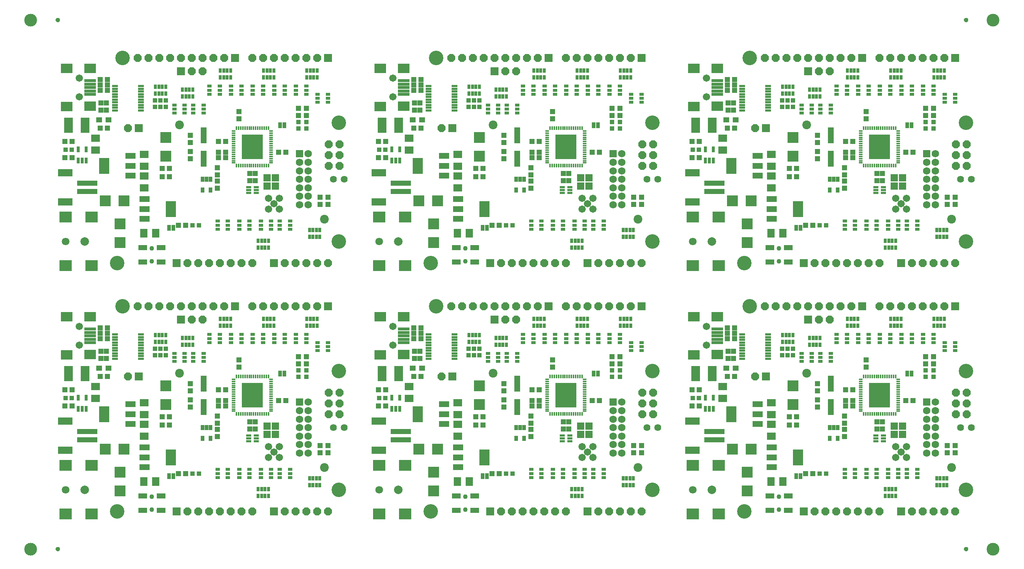
<source format=gts>
G75*
G70*
%OFA0B0*%
%FSLAX25Y25*%
%IPPOS*%
%LPD*%
%AMOC8*
5,1,8,0,0,1.08239X$1,22.5*
%
%ADD101C,0.02000*%
%ADD107R,0.05800X0.02050*%
%ADD110C,0.07890*%
%ADD113R,0.10640X0.02770*%
%ADD114R,0.19500X0.23040*%
%ADD116C,0.06800*%
%ADD120R,0.04740X0.02180*%
%ADD123R,0.05520X0.14580*%
%ADD125R,0.02770X0.04340*%
%ADD127C,0.04340*%
%ADD129R,0.10640X0.08670*%
%ADD133R,0.07100X0.07890*%
%ADD14R,0.02970X0.05520*%
%ADD140R,0.03560X0.01780*%
%ADD144R,0.06860X0.06860*%
%ADD146C,0.07100*%
%ADD148C,0.11820*%
%ADD155R,0.09460X0.14970*%
%ADD167R,0.07890X0.04740*%
%ADD174R,0.18910X0.04740*%
%ADD175R,0.11820X0.10250*%
%ADD176R,0.03950X0.02970*%
%ADD181R,0.03300X0.05800*%
%ADD185R,0.06800X0.06800*%
%ADD187C,0.06400*%
%ADD194R,0.05520X0.04740*%
%ADD201C,0.13400*%
%ADD209R,0.13685X0.07100*%
%ADD24R,0.03950X0.03950*%
%ADD30C,0.08120*%
%ADD33R,0.05130X0.04740*%
%ADD39OC8,0.07200*%
%ADD48R,0.09600X0.05600*%
%ADD53R,0.07200X0.07200*%
%ADD61R,0.14190X0.07100*%
%ADD63R,0.03520X0.04700*%
%ADD70R,0.01780X0.03560*%
%ADD71R,0.08280X0.14190*%
%ADD73R,0.10250X0.10250*%
%ADD75R,0.04740X0.05130*%
%ADD79R,0.07890X0.07100*%
%ADD97C,0.06740*%
X0010000Y0010000D02*
G75*
%LPD*%
D148*
X0035000Y0035000D03*
X0925000Y0035000D03*
D101*
X0899000Y0035000D02*
X0899020Y0035200D01*
X0899080Y0035380D01*
X0899170Y0035560D01*
X0899290Y0035710D01*
X0899440Y0035830D01*
X0899620Y0035920D01*
X0899800Y0035980D01*
X0900000Y0036000D01*
X0900200Y0035980D01*
X0900380Y0035920D01*
X0900560Y0035830D01*
X0900710Y0035710D01*
X0900830Y0035560D01*
X0900920Y0035380D01*
X0900980Y0035200D01*
X0901000Y0035000D01*
X0900980Y0034800D01*
X0900920Y0034620D01*
X0900830Y0034440D01*
X0900710Y0034290D01*
X0900560Y0034170D01*
X0900380Y0034080D01*
X0900200Y0034020D01*
X0900000Y0034000D01*
X0899800Y0034020D01*
X0899620Y0034080D01*
X0899440Y0034170D01*
X0899290Y0034290D01*
X0899170Y0034440D01*
X0899080Y0034620D01*
X0899020Y0034800D01*
X0899000Y0035000D01*
X0059000Y0035000D02*
X0059020Y0035200D01*
X0059080Y0035380D01*
X0059170Y0035560D01*
X0059290Y0035710D01*
X0059440Y0035830D01*
X0059620Y0035920D01*
X0059800Y0035980D01*
X0060000Y0036000D01*
X0060200Y0035980D01*
X0060380Y0035920D01*
X0060560Y0035830D01*
X0060710Y0035710D01*
X0060830Y0035560D01*
X0060920Y0035380D01*
X0060980Y0035200D01*
X0061000Y0035000D01*
X0060980Y0034800D01*
X0060920Y0034620D01*
X0060830Y0034440D01*
X0060710Y0034290D01*
X0060560Y0034170D01*
X0060380Y0034080D01*
X0060200Y0034020D01*
X0060000Y0034000D01*
X0059800Y0034020D01*
X0059620Y0034080D01*
X0059440Y0034170D01*
X0059290Y0034290D01*
X0059170Y0034440D01*
X0059080Y0034620D01*
X0059020Y0034800D01*
X0059000Y0035000D01*
X0010000Y0060000D02*
G75*
%LPD*%
X0060000Y0060000D02*
G75*
%LPD*%
D201*
X0115000Y0070000D03*
X0320000Y0090000D03*
X0320000Y0200000D03*
X0120000Y0260000D03*
D39*
X0134000Y0260000D03*
X0144000Y0260000D03*
X0154000Y0260000D03*
X0164000Y0260000D03*
X0174000Y0260000D03*
X0184000Y0260000D03*
X0194000Y0260000D03*
X0204000Y0260000D03*
X0214000Y0260000D03*
X0194000Y0247500D03*
X0184000Y0247500D03*
X0240000Y0260000D03*
X0250000Y0260000D03*
X0260000Y0260000D03*
X0270000Y0260000D03*
X0280000Y0260000D03*
X0290000Y0260000D03*
X0300000Y0260000D03*
X0310550Y0179800D03*
X0320550Y0179800D03*
X0320550Y0169800D03*
X0310550Y0169800D03*
X0310550Y0159800D03*
X0320550Y0159800D03*
X0310000Y0070000D03*
X0300000Y0070000D03*
X0290000Y0070000D03*
X0280000Y0070000D03*
X0270000Y0070000D03*
X0240000Y0070000D03*
X0230000Y0070000D03*
X0220000Y0070000D03*
X0210000Y0070000D03*
X0200000Y0070000D03*
X0190000Y0070000D03*
X0180000Y0070000D03*
X0125000Y0195000D03*
D33*
X0105850Y0195000D03*
X0099150Y0195000D03*
X0099150Y0240000D03*
X0105850Y0240000D03*
X0208650Y0182500D03*
X0215350Y0182500D03*
X0215350Y0172500D03*
X0215350Y0167500D03*
X0208650Y0167500D03*
X0208650Y0172500D03*
X0207500Y0145840D03*
X0207500Y0139150D03*
X0264150Y0172500D03*
X0270850Y0172500D03*
X0282500Y0206650D03*
X0282500Y0213340D03*
X0290000Y0213340D03*
X0290000Y0206650D03*
D75*
X0227500Y0203650D03*
X0227500Y0210340D03*
X0182500Y0188340D03*
X0182500Y0181650D03*
X0182500Y0173340D03*
X0182500Y0166650D03*
X0163350Y0157500D03*
X0156650Y0157500D03*
X0156650Y0150000D03*
X0163350Y0150000D03*
X0207500Y0151650D03*
X0207500Y0158340D03*
X0237500Y0152840D03*
X0242500Y0152840D03*
X0242500Y0146150D03*
X0237500Y0146150D03*
X0178350Y0105000D03*
X0171650Y0105000D03*
X0073350Y0167500D03*
X0066650Y0167500D03*
X0066650Y0182500D03*
X0073350Y0182500D03*
X0100000Y0211650D03*
X0105000Y0211650D03*
X0105000Y0218340D03*
X0100000Y0218340D03*
X0099150Y0230000D03*
X0099150Y0235000D03*
X0105850Y0235000D03*
X0105850Y0230000D03*
X0302500Y0130840D03*
X0302500Y0124150D03*
X0310000Y0124150D03*
X0310000Y0130840D03*
D53*
X0260000Y0070000D03*
X0170000Y0070000D03*
X0135000Y0195000D03*
X0174000Y0247500D03*
X0224000Y0260000D03*
X0310000Y0260000D03*
D79*
X0140000Y0170510D03*
X0140000Y0159480D03*
X0140000Y0150510D03*
X0140000Y0139480D03*
X0095000Y0174480D03*
X0095000Y0185510D03*
D24*
X0072950Y0175000D03*
X0067050Y0175000D03*
X0150000Y0214540D03*
X0155000Y0214540D03*
X0160000Y0214540D03*
X0160000Y0220450D03*
X0155000Y0220450D03*
X0150000Y0220450D03*
X0282500Y0200450D03*
X0282500Y0194540D03*
X0290000Y0194540D03*
X0290000Y0200450D03*
X0190450Y0105000D03*
X0184550Y0105000D03*
D73*
X0121160Y0127500D03*
X0103840Y0127500D03*
X0117500Y0106160D03*
X0117500Y0088830D03*
X0160000Y0168830D03*
X0160000Y0186160D03*
D48*
X0127200Y0169090D03*
X0127200Y0160000D03*
X0127200Y0150900D03*
X0140300Y0129090D03*
X0140300Y0120000D03*
X0140300Y0110900D03*
D155*
X0164700Y0120000D03*
X0102800Y0160000D03*
D133*
X0139490Y0097500D03*
X0150510Y0097500D03*
D70*
X0225240Y0160170D03*
X0227200Y0160170D03*
X0229170Y0160170D03*
X0231140Y0160170D03*
X0233110Y0160170D03*
X0235080Y0160170D03*
X0237050Y0160170D03*
X0239020Y0160170D03*
X0240980Y0160170D03*
X0242950Y0160170D03*
X0244920Y0160170D03*
X0246890Y0160170D03*
X0248860Y0160170D03*
X0250830Y0160170D03*
X0252800Y0160170D03*
X0254760Y0160170D03*
X0254760Y0194820D03*
X0252800Y0194820D03*
X0250830Y0194820D03*
X0248860Y0194820D03*
X0246890Y0194820D03*
X0244920Y0194820D03*
X0242950Y0194820D03*
X0240980Y0194820D03*
X0239020Y0194820D03*
X0237050Y0194820D03*
X0235080Y0194820D03*
X0233110Y0194820D03*
X0231140Y0194820D03*
X0229170Y0194820D03*
X0227200Y0194820D03*
X0225240Y0194820D03*
D140*
X0222680Y0192260D03*
X0222680Y0190290D03*
X0222680Y0188320D03*
X0222680Y0186350D03*
X0222680Y0184390D03*
X0222680Y0182420D03*
X0222680Y0180450D03*
X0222680Y0178480D03*
X0222680Y0176510D03*
X0222680Y0174540D03*
X0222680Y0172570D03*
X0222680Y0170610D03*
X0222680Y0168640D03*
X0222680Y0166670D03*
X0222680Y0164700D03*
X0222680Y0162730D03*
X0257320Y0162730D03*
X0257320Y0164700D03*
X0257320Y0166670D03*
X0257320Y0168640D03*
X0257320Y0170610D03*
X0257320Y0172570D03*
X0257320Y0174540D03*
X0257320Y0176510D03*
X0257320Y0178480D03*
X0257320Y0180450D03*
X0257320Y0182420D03*
X0257320Y0184390D03*
X0257320Y0186350D03*
X0257320Y0188320D03*
X0257320Y0190290D03*
X0257320Y0192260D03*
D114*
X0240000Y0177500D03*
D120*
X0236460Y0140050D03*
X0236460Y0137500D03*
X0236460Y0134940D03*
X0243540Y0134940D03*
X0243540Y0137500D03*
X0243540Y0140050D03*
D97*
X0255000Y0130000D03*
X0260000Y0125000D03*
X0255000Y0120000D03*
X0265000Y0120000D03*
X0265000Y0130000D03*
X0080000Y0223830D03*
X0080000Y0241160D03*
D129*
X0089840Y0250210D03*
X0068190Y0250210D03*
X0068190Y0214780D03*
X0089840Y0215170D03*
D113*
X0089840Y0226200D03*
X0089840Y0229350D03*
X0089840Y0232500D03*
X0089840Y0235650D03*
X0089840Y0238800D03*
D176*
X0167780Y0216240D03*
X0167780Y0212500D03*
X0167780Y0208760D03*
X0177220Y0208760D03*
X0177220Y0212500D03*
X0177220Y0216240D03*
X0185280Y0216240D03*
X0185280Y0212500D03*
X0185280Y0208760D03*
X0194720Y0208760D03*
X0194720Y0212500D03*
X0194720Y0216240D03*
X0200280Y0226260D03*
X0200280Y0230000D03*
X0200280Y0233740D03*
X0209720Y0233740D03*
X0209720Y0230000D03*
X0209720Y0226260D03*
X0220280Y0226260D03*
X0220280Y0230000D03*
X0220280Y0233740D03*
X0229720Y0233740D03*
X0229720Y0230000D03*
X0229720Y0226260D03*
X0240280Y0226260D03*
X0240280Y0230000D03*
X0240280Y0233740D03*
X0249720Y0233740D03*
X0249720Y0230000D03*
X0249720Y0226260D03*
X0260280Y0226260D03*
X0260280Y0230000D03*
X0260280Y0233740D03*
X0269720Y0233740D03*
X0269720Y0230000D03*
X0269720Y0226260D03*
X0280280Y0226260D03*
X0280280Y0230000D03*
X0280280Y0233740D03*
X0289720Y0233740D03*
X0289720Y0230000D03*
X0289720Y0226260D03*
X0300280Y0226240D03*
X0300280Y0222500D03*
X0300280Y0218760D03*
X0309720Y0218760D03*
X0309720Y0222500D03*
X0309720Y0226240D03*
X0274720Y0108740D03*
X0274720Y0105000D03*
X0274720Y0101260D03*
X0265280Y0101260D03*
X0265280Y0105000D03*
X0265280Y0108740D03*
X0257220Y0108740D03*
X0257220Y0105000D03*
X0257220Y0101260D03*
X0247780Y0101260D03*
X0247780Y0105000D03*
X0247780Y0108740D03*
X0237220Y0108740D03*
X0237220Y0105000D03*
X0237220Y0101260D03*
X0227780Y0101260D03*
X0227780Y0105000D03*
X0227780Y0108740D03*
X0217220Y0108740D03*
X0217220Y0105000D03*
X0217220Y0101260D03*
X0207780Y0101260D03*
X0207780Y0105000D03*
X0207780Y0108740D03*
D63*
X0201240Y0137380D03*
X0193760Y0137380D03*
X0193760Y0147570D03*
X0197500Y0147570D03*
X0201240Y0147570D03*
D125*
X0245280Y0090650D03*
X0248430Y0090650D03*
X0251570Y0090650D03*
X0254720Y0090650D03*
X0254720Y0084350D03*
X0251570Y0084350D03*
X0248430Y0084350D03*
X0245280Y0084350D03*
X0292780Y0094350D03*
X0295930Y0094350D03*
X0299070Y0094350D03*
X0302220Y0094350D03*
X0302220Y0100650D03*
X0299070Y0100650D03*
X0295930Y0100650D03*
X0292780Y0100650D03*
X0184720Y0224350D03*
X0181570Y0224350D03*
X0178430Y0224350D03*
X0175280Y0224350D03*
X0175280Y0230650D03*
X0178430Y0230650D03*
X0181570Y0230650D03*
X0184720Y0230650D03*
X0210280Y0241850D03*
X0213430Y0241850D03*
X0216570Y0241850D03*
X0219720Y0241850D03*
X0219720Y0248150D03*
X0216570Y0248150D03*
X0213430Y0248150D03*
X0210280Y0248150D03*
X0250280Y0248150D03*
X0253430Y0248150D03*
X0256570Y0248150D03*
X0259720Y0248150D03*
X0259720Y0241850D03*
X0256570Y0241850D03*
X0253430Y0241850D03*
X0250280Y0241850D03*
X0290280Y0241850D03*
X0293430Y0241850D03*
X0296570Y0241850D03*
X0299720Y0241850D03*
X0299720Y0248150D03*
X0296570Y0248150D03*
X0293430Y0248150D03*
X0290280Y0248150D03*
X0159720Y0233150D03*
X0156570Y0233150D03*
X0153430Y0233150D03*
X0150280Y0233150D03*
X0150280Y0226850D03*
X0153430Y0226850D03*
X0156570Y0226850D03*
X0159720Y0226850D03*
D71*
X0085180Y0197500D03*
X0069820Y0197500D03*
D175*
X0067190Y0067550D03*
X0091200Y0067550D03*
X0091200Y0112440D03*
X0067190Y0112440D03*
D146*
X0067190Y0090000D03*
D110*
X0084900Y0090000D03*
D123*
X0195000Y0166670D03*
X0195000Y0188320D03*
D185*
X0283560Y0171120D03*
D116*
X0291440Y0171120D03*
X0291440Y0163240D03*
X0291440Y0155370D03*
X0283560Y0155370D03*
X0283560Y0163240D03*
X0283560Y0147500D03*
X0291440Y0147500D03*
X0291440Y0139620D03*
X0283560Y0139620D03*
X0283560Y0131750D03*
X0283560Y0123870D03*
X0291440Y0123870D03*
X0291440Y0131750D03*
D107*
X0137000Y0211250D03*
X0137000Y0213750D03*
X0137000Y0216250D03*
X0137000Y0218750D03*
X0137000Y0221250D03*
X0137000Y0223750D03*
X0137000Y0226250D03*
X0137000Y0228750D03*
X0137000Y0231250D03*
X0137000Y0233750D03*
X0113000Y0233750D03*
X0113000Y0231250D03*
X0113000Y0228750D03*
X0113000Y0226250D03*
X0113000Y0223750D03*
X0113000Y0221250D03*
X0113000Y0218750D03*
X0113000Y0216250D03*
X0113000Y0213750D03*
X0113000Y0211250D03*
D194*
X0106830Y0202500D03*
X0098170Y0202500D03*
D144*
X0253680Y0148810D03*
X0261320Y0148810D03*
X0261320Y0141180D03*
X0253680Y0141180D03*
D174*
X0087070Y0143930D03*
X0087070Y0136060D03*
D61*
D209*
X0066843Y0126610D03*
D61*
D209*
X0066843Y0153380D03*
D61*
D14*
X0078760Y0164880D03*
X0082500Y0164880D03*
X0086240Y0164880D03*
X0086240Y0175110D03*
X0078760Y0175110D03*
D127*
X0147000Y0083400D03*
X0147000Y0071590D03*
D167*
X0138540Y0070800D03*
X0138540Y0084190D03*
X0155460Y0084190D03*
X0155460Y0070800D03*
D30*
X0306500Y0110500D03*
X0172500Y0198000D03*
D187*
X0315000Y0147500D03*
X0325000Y0147500D03*
D181*
X0269500Y0197500D03*
X0265500Y0197500D03*
X0167000Y0102500D03*
X0163000Y0102500D03*
X0060000Y0270000D02*
G75*
%LPD*%
X0060000Y0290000D02*
G75*
%LPD*%
D201*
X0115000Y0300000D03*
X0320000Y0320000D03*
X0320000Y0430000D03*
X0120000Y0490000D03*
D39*
X0134000Y0490000D03*
X0144000Y0490000D03*
X0154000Y0490000D03*
X0164000Y0490000D03*
X0174000Y0490000D03*
X0184000Y0490000D03*
X0194000Y0490000D03*
X0204000Y0490000D03*
X0214000Y0490000D03*
X0194000Y0477500D03*
X0184000Y0477500D03*
X0240000Y0490000D03*
X0250000Y0490000D03*
X0260000Y0490000D03*
X0270000Y0490000D03*
X0280000Y0490000D03*
X0290000Y0490000D03*
X0300000Y0490000D03*
X0310550Y0409800D03*
X0320550Y0409800D03*
X0320550Y0399800D03*
X0310550Y0399800D03*
X0310550Y0389800D03*
X0320550Y0389800D03*
X0310000Y0300000D03*
X0300000Y0300000D03*
X0290000Y0300000D03*
X0280000Y0300000D03*
X0270000Y0300000D03*
X0240000Y0300000D03*
X0230000Y0300000D03*
X0220000Y0300000D03*
X0210000Y0300000D03*
X0200000Y0300000D03*
X0190000Y0300000D03*
X0180000Y0300000D03*
X0125000Y0425000D03*
D33*
X0105850Y0425000D03*
X0099150Y0425000D03*
X0099150Y0470000D03*
X0105850Y0470000D03*
X0208650Y0412500D03*
X0215350Y0412500D03*
X0215350Y0402500D03*
X0215350Y0397500D03*
X0208650Y0397500D03*
X0208650Y0402500D03*
X0207500Y0375840D03*
X0207500Y0369150D03*
X0264150Y0402500D03*
X0270850Y0402500D03*
X0282500Y0436650D03*
X0282500Y0443340D03*
X0290000Y0443340D03*
X0290000Y0436650D03*
D75*
X0227500Y0433650D03*
X0227500Y0440340D03*
X0182500Y0418340D03*
X0182500Y0411650D03*
X0182500Y0403340D03*
X0182500Y0396650D03*
X0163350Y0387500D03*
X0156650Y0387500D03*
X0156650Y0380000D03*
X0163350Y0380000D03*
X0207500Y0381650D03*
X0207500Y0388340D03*
X0237500Y0382840D03*
X0242500Y0382840D03*
X0242500Y0376150D03*
X0237500Y0376150D03*
X0178350Y0335000D03*
X0171650Y0335000D03*
X0073350Y0397500D03*
X0066650Y0397500D03*
X0066650Y0412500D03*
X0073350Y0412500D03*
X0100000Y0441650D03*
X0105000Y0441650D03*
X0105000Y0448340D03*
X0100000Y0448340D03*
X0099150Y0460000D03*
X0099150Y0465000D03*
X0105850Y0465000D03*
X0105850Y0460000D03*
X0302500Y0360840D03*
X0302500Y0354150D03*
X0310000Y0354150D03*
X0310000Y0360840D03*
D53*
X0260000Y0300000D03*
X0170000Y0300000D03*
X0135000Y0425000D03*
X0174000Y0477500D03*
X0224000Y0490000D03*
X0310000Y0490000D03*
D79*
X0140000Y0400510D03*
X0140000Y0389480D03*
X0140000Y0380510D03*
X0140000Y0369480D03*
X0095000Y0404480D03*
X0095000Y0415510D03*
D24*
X0072950Y0405000D03*
X0067050Y0405000D03*
X0150000Y0444540D03*
X0155000Y0444540D03*
X0160000Y0444540D03*
X0160000Y0450450D03*
X0155000Y0450450D03*
X0150000Y0450450D03*
X0282500Y0430450D03*
X0282500Y0424540D03*
X0290000Y0424540D03*
X0290000Y0430450D03*
X0190450Y0335000D03*
X0184550Y0335000D03*
D73*
X0121160Y0357500D03*
X0103840Y0357500D03*
X0117500Y0336160D03*
X0117500Y0318830D03*
X0160000Y0398830D03*
X0160000Y0416160D03*
D48*
X0127200Y0399090D03*
X0127200Y0390000D03*
X0127200Y0380900D03*
X0140300Y0359090D03*
X0140300Y0350000D03*
X0140300Y0340900D03*
D155*
X0164700Y0350000D03*
X0102800Y0390000D03*
D133*
X0139490Y0327500D03*
X0150510Y0327500D03*
D70*
X0225240Y0390170D03*
X0227200Y0390170D03*
X0229170Y0390170D03*
X0231140Y0390170D03*
X0233110Y0390170D03*
X0235080Y0390170D03*
X0237050Y0390170D03*
X0239020Y0390170D03*
X0240980Y0390170D03*
X0242950Y0390170D03*
X0244920Y0390170D03*
X0246890Y0390170D03*
X0248860Y0390170D03*
X0250830Y0390170D03*
X0252800Y0390170D03*
X0254760Y0390170D03*
X0254760Y0424820D03*
X0252800Y0424820D03*
X0250830Y0424820D03*
X0248860Y0424820D03*
X0246890Y0424820D03*
X0244920Y0424820D03*
X0242950Y0424820D03*
X0240980Y0424820D03*
X0239020Y0424820D03*
X0237050Y0424820D03*
X0235080Y0424820D03*
X0233110Y0424820D03*
X0231140Y0424820D03*
X0229170Y0424820D03*
X0227200Y0424820D03*
X0225240Y0424820D03*
D140*
X0222680Y0422260D03*
X0222680Y0420290D03*
X0222680Y0418320D03*
X0222680Y0416350D03*
X0222680Y0414390D03*
X0222680Y0412420D03*
X0222680Y0410450D03*
X0222680Y0408480D03*
X0222680Y0406510D03*
X0222680Y0404540D03*
X0222680Y0402570D03*
X0222680Y0400610D03*
X0222680Y0398640D03*
X0222680Y0396670D03*
X0222680Y0394700D03*
X0222680Y0392730D03*
X0257320Y0392730D03*
X0257320Y0394700D03*
X0257320Y0396670D03*
X0257320Y0398640D03*
X0257320Y0400610D03*
X0257320Y0402570D03*
X0257320Y0404540D03*
X0257320Y0406510D03*
X0257320Y0408480D03*
X0257320Y0410450D03*
X0257320Y0412420D03*
X0257320Y0414390D03*
X0257320Y0416350D03*
X0257320Y0418320D03*
X0257320Y0420290D03*
X0257320Y0422260D03*
D114*
X0240000Y0407500D03*
D120*
X0236460Y0370050D03*
X0236460Y0367500D03*
X0236460Y0364940D03*
X0243540Y0364940D03*
X0243540Y0367500D03*
X0243540Y0370050D03*
D97*
X0255000Y0360000D03*
X0260000Y0355000D03*
X0255000Y0350000D03*
X0265000Y0350000D03*
X0265000Y0360000D03*
X0080000Y0453830D03*
X0080000Y0471160D03*
D129*
X0089840Y0480210D03*
X0068190Y0480210D03*
X0068190Y0444780D03*
X0089840Y0445170D03*
D113*
X0089840Y0456200D03*
X0089840Y0459350D03*
X0089840Y0462500D03*
X0089840Y0465650D03*
X0089840Y0468800D03*
D176*
X0167780Y0446240D03*
X0167780Y0442500D03*
X0167780Y0438760D03*
X0177220Y0438760D03*
X0177220Y0442500D03*
X0177220Y0446240D03*
X0185280Y0446240D03*
X0185280Y0442500D03*
X0185280Y0438760D03*
X0194720Y0438760D03*
X0194720Y0442500D03*
X0194720Y0446240D03*
X0200280Y0456260D03*
X0200280Y0460000D03*
X0200280Y0463740D03*
X0209720Y0463740D03*
X0209720Y0460000D03*
X0209720Y0456260D03*
X0220280Y0456260D03*
X0220280Y0460000D03*
X0220280Y0463740D03*
X0229720Y0463740D03*
X0229720Y0460000D03*
X0229720Y0456260D03*
X0240280Y0456260D03*
X0240280Y0460000D03*
X0240280Y0463740D03*
X0249720Y0463740D03*
X0249720Y0460000D03*
X0249720Y0456260D03*
X0260280Y0456260D03*
X0260280Y0460000D03*
X0260280Y0463740D03*
X0269720Y0463740D03*
X0269720Y0460000D03*
X0269720Y0456260D03*
X0280280Y0456260D03*
X0280280Y0460000D03*
X0280280Y0463740D03*
X0289720Y0463740D03*
X0289720Y0460000D03*
X0289720Y0456260D03*
X0300280Y0456240D03*
X0300280Y0452500D03*
X0300280Y0448760D03*
X0309720Y0448760D03*
X0309720Y0452500D03*
X0309720Y0456240D03*
X0274720Y0338740D03*
X0274720Y0335000D03*
X0274720Y0331260D03*
X0265280Y0331260D03*
X0265280Y0335000D03*
X0265280Y0338740D03*
X0257220Y0338740D03*
X0257220Y0335000D03*
X0257220Y0331260D03*
X0247780Y0331260D03*
X0247780Y0335000D03*
X0247780Y0338740D03*
X0237220Y0338740D03*
X0237220Y0335000D03*
X0237220Y0331260D03*
X0227780Y0331260D03*
X0227780Y0335000D03*
X0227780Y0338740D03*
X0217220Y0338740D03*
X0217220Y0335000D03*
X0217220Y0331260D03*
X0207780Y0331260D03*
X0207780Y0335000D03*
X0207780Y0338740D03*
D63*
X0201240Y0367380D03*
X0193760Y0367380D03*
X0193760Y0377570D03*
X0197500Y0377570D03*
X0201240Y0377570D03*
D125*
X0245280Y0320650D03*
X0248430Y0320650D03*
X0251570Y0320650D03*
X0254720Y0320650D03*
X0254720Y0314350D03*
X0251570Y0314350D03*
X0248430Y0314350D03*
X0245280Y0314350D03*
X0292780Y0324350D03*
X0295930Y0324350D03*
X0299070Y0324350D03*
X0302220Y0324350D03*
X0302220Y0330650D03*
X0299070Y0330650D03*
X0295930Y0330650D03*
X0292780Y0330650D03*
X0184720Y0454350D03*
X0181570Y0454350D03*
X0178430Y0454350D03*
X0175280Y0454350D03*
X0175280Y0460650D03*
X0178430Y0460650D03*
X0181570Y0460650D03*
X0184720Y0460650D03*
X0210280Y0471850D03*
X0213430Y0471850D03*
X0216570Y0471850D03*
X0219720Y0471850D03*
X0219720Y0478150D03*
X0216570Y0478150D03*
X0213430Y0478150D03*
X0210280Y0478150D03*
X0250280Y0478150D03*
X0253430Y0478150D03*
X0256570Y0478150D03*
X0259720Y0478150D03*
X0259720Y0471850D03*
X0256570Y0471850D03*
X0253430Y0471850D03*
X0250280Y0471850D03*
X0290280Y0471850D03*
X0293430Y0471850D03*
X0296570Y0471850D03*
X0299720Y0471850D03*
X0299720Y0478150D03*
X0296570Y0478150D03*
X0293430Y0478150D03*
X0290280Y0478150D03*
X0159720Y0463150D03*
X0156570Y0463150D03*
X0153430Y0463150D03*
X0150280Y0463150D03*
X0150280Y0456850D03*
X0153430Y0456850D03*
X0156570Y0456850D03*
X0159720Y0456850D03*
D71*
X0085180Y0427500D03*
X0069820Y0427500D03*
D175*
X0067190Y0297550D03*
X0091200Y0297550D03*
X0091200Y0342440D03*
X0067190Y0342440D03*
D146*
X0067190Y0320000D03*
D110*
X0084900Y0320000D03*
D123*
X0195000Y0396670D03*
X0195000Y0418320D03*
D185*
X0283560Y0401120D03*
D116*
X0291440Y0401120D03*
X0291440Y0393240D03*
X0291440Y0385370D03*
X0283560Y0385370D03*
X0283560Y0393240D03*
X0283560Y0377500D03*
X0291440Y0377500D03*
X0291440Y0369620D03*
X0283560Y0369620D03*
X0283560Y0361750D03*
X0283560Y0353870D03*
X0291440Y0353870D03*
X0291440Y0361750D03*
D107*
X0137000Y0441250D03*
X0137000Y0443750D03*
X0137000Y0446250D03*
X0137000Y0448750D03*
X0137000Y0451250D03*
X0137000Y0453750D03*
X0137000Y0456250D03*
X0137000Y0458750D03*
X0137000Y0461250D03*
X0137000Y0463750D03*
X0113000Y0463750D03*
X0113000Y0461250D03*
X0113000Y0458750D03*
X0113000Y0456250D03*
X0113000Y0453750D03*
X0113000Y0451250D03*
X0113000Y0448750D03*
X0113000Y0446250D03*
X0113000Y0443750D03*
X0113000Y0441250D03*
D194*
X0106830Y0432500D03*
X0098170Y0432500D03*
D144*
X0253680Y0378810D03*
X0261320Y0378810D03*
X0261320Y0371180D03*
X0253680Y0371180D03*
D174*
X0087070Y0373930D03*
X0087070Y0366060D03*
D61*
D209*
X0066843Y0356610D03*
D61*
D209*
X0066843Y0383380D03*
D61*
D14*
X0078760Y0394880D03*
X0082500Y0394880D03*
X0086240Y0394880D03*
X0086240Y0405110D03*
X0078760Y0405110D03*
D127*
X0147000Y0313400D03*
X0147000Y0301590D03*
D167*
X0138540Y0300800D03*
X0138540Y0314190D03*
X0155460Y0314190D03*
X0155460Y0300800D03*
D30*
X0306500Y0340500D03*
X0172500Y0428000D03*
D187*
X0315000Y0377500D03*
X0325000Y0377500D03*
D181*
X0269500Y0427500D03*
X0265500Y0427500D03*
X0167000Y0332500D03*
X0163000Y0332500D03*
X0350000Y0060000D02*
G75*
%LPD*%
D201*
X0405000Y0070000D03*
X0610000Y0090000D03*
X0610000Y0200000D03*
X0410000Y0260000D03*
D39*
X0424000Y0260000D03*
X0434000Y0260000D03*
X0444000Y0260000D03*
X0454000Y0260000D03*
X0464000Y0260000D03*
X0474000Y0260000D03*
X0484000Y0260000D03*
X0494000Y0260000D03*
X0504000Y0260000D03*
X0484000Y0247500D03*
X0474000Y0247500D03*
X0530000Y0260000D03*
X0540000Y0260000D03*
X0550000Y0260000D03*
X0560000Y0260000D03*
X0570000Y0260000D03*
X0580000Y0260000D03*
X0590000Y0260000D03*
X0600550Y0179800D03*
X0610550Y0179800D03*
X0610550Y0169800D03*
X0600550Y0169800D03*
X0600550Y0159800D03*
X0610550Y0159800D03*
X0600000Y0070000D03*
X0590000Y0070000D03*
X0580000Y0070000D03*
X0570000Y0070000D03*
X0560000Y0070000D03*
X0530000Y0070000D03*
X0520000Y0070000D03*
X0510000Y0070000D03*
X0500000Y0070000D03*
X0490000Y0070000D03*
X0480000Y0070000D03*
X0470000Y0070000D03*
X0415000Y0195000D03*
D33*
X0395850Y0195000D03*
X0389150Y0195000D03*
X0389150Y0240000D03*
X0395850Y0240000D03*
X0498650Y0182500D03*
X0505350Y0182500D03*
X0505350Y0172500D03*
X0505350Y0167500D03*
X0498650Y0167500D03*
X0498650Y0172500D03*
X0497500Y0145840D03*
X0497500Y0139150D03*
X0554150Y0172500D03*
X0560850Y0172500D03*
X0572500Y0206650D03*
X0572500Y0213340D03*
X0580000Y0213340D03*
X0580000Y0206650D03*
D75*
X0517500Y0203650D03*
X0517500Y0210340D03*
X0472500Y0188340D03*
X0472500Y0181650D03*
X0472500Y0173340D03*
X0472500Y0166650D03*
X0453350Y0157500D03*
X0446650Y0157500D03*
X0446650Y0150000D03*
X0453350Y0150000D03*
X0497500Y0151650D03*
X0497500Y0158340D03*
X0527500Y0152840D03*
X0532500Y0152840D03*
X0532500Y0146150D03*
X0527500Y0146150D03*
X0468350Y0105000D03*
X0461650Y0105000D03*
X0363350Y0167500D03*
X0356650Y0167500D03*
X0356650Y0182500D03*
X0363350Y0182500D03*
X0390000Y0211650D03*
X0395000Y0211650D03*
X0395000Y0218340D03*
X0390000Y0218340D03*
X0389150Y0230000D03*
X0389150Y0235000D03*
X0395850Y0235000D03*
X0395850Y0230000D03*
X0592500Y0130840D03*
X0592500Y0124150D03*
X0600000Y0124150D03*
X0600000Y0130840D03*
D53*
X0550000Y0070000D03*
X0460000Y0070000D03*
X0425000Y0195000D03*
X0464000Y0247500D03*
X0514000Y0260000D03*
X0600000Y0260000D03*
D79*
X0430000Y0170510D03*
X0430000Y0159480D03*
X0430000Y0150510D03*
X0430000Y0139480D03*
X0385000Y0174480D03*
X0385000Y0185510D03*
D24*
X0362950Y0175000D03*
X0357050Y0175000D03*
X0440000Y0214540D03*
X0445000Y0214540D03*
X0450000Y0214540D03*
X0450000Y0220450D03*
X0445000Y0220450D03*
X0440000Y0220450D03*
X0572500Y0200450D03*
X0572500Y0194540D03*
X0580000Y0194540D03*
X0580000Y0200450D03*
X0480450Y0105000D03*
X0474550Y0105000D03*
D73*
X0411160Y0127500D03*
X0393840Y0127500D03*
X0407500Y0106160D03*
X0407500Y0088830D03*
X0450000Y0168830D03*
X0450000Y0186160D03*
D48*
X0417200Y0169090D03*
X0417200Y0160000D03*
X0417200Y0150900D03*
X0430300Y0129090D03*
X0430300Y0120000D03*
X0430300Y0110900D03*
D155*
X0454700Y0120000D03*
X0392800Y0160000D03*
D133*
X0429490Y0097500D03*
X0440510Y0097500D03*
D70*
X0515240Y0160170D03*
X0517200Y0160170D03*
X0519170Y0160170D03*
X0521140Y0160170D03*
X0523110Y0160170D03*
X0525080Y0160170D03*
X0527050Y0160170D03*
X0529020Y0160170D03*
X0530980Y0160170D03*
X0532950Y0160170D03*
X0534920Y0160170D03*
X0536890Y0160170D03*
X0538860Y0160170D03*
X0540830Y0160170D03*
X0542800Y0160170D03*
X0544760Y0160170D03*
X0544760Y0194820D03*
X0542800Y0194820D03*
X0540830Y0194820D03*
X0538860Y0194820D03*
X0536890Y0194820D03*
X0534920Y0194820D03*
X0532950Y0194820D03*
X0530980Y0194820D03*
X0529020Y0194820D03*
X0527050Y0194820D03*
X0525080Y0194820D03*
X0523110Y0194820D03*
X0521140Y0194820D03*
X0519170Y0194820D03*
X0517200Y0194820D03*
X0515240Y0194820D03*
D140*
X0512680Y0192260D03*
X0512680Y0190290D03*
X0512680Y0188320D03*
X0512680Y0186350D03*
X0512680Y0184390D03*
X0512680Y0182420D03*
X0512680Y0180450D03*
X0512680Y0178480D03*
X0512680Y0176510D03*
X0512680Y0174540D03*
X0512680Y0172570D03*
X0512680Y0170610D03*
X0512680Y0168640D03*
X0512680Y0166670D03*
X0512680Y0164700D03*
X0512680Y0162730D03*
X0547320Y0162730D03*
X0547320Y0164700D03*
X0547320Y0166670D03*
X0547320Y0168640D03*
X0547320Y0170610D03*
X0547320Y0172570D03*
X0547320Y0174540D03*
X0547320Y0176510D03*
X0547320Y0178480D03*
X0547320Y0180450D03*
X0547320Y0182420D03*
X0547320Y0184390D03*
X0547320Y0186350D03*
X0547320Y0188320D03*
X0547320Y0190290D03*
X0547320Y0192260D03*
D114*
X0530000Y0177500D03*
D120*
X0526460Y0140050D03*
X0526460Y0137500D03*
X0526460Y0134940D03*
X0533540Y0134940D03*
X0533540Y0137500D03*
X0533540Y0140050D03*
D97*
X0545000Y0130000D03*
X0550000Y0125000D03*
X0545000Y0120000D03*
X0555000Y0120000D03*
X0555000Y0130000D03*
X0370000Y0223830D03*
X0370000Y0241160D03*
D129*
X0379840Y0250210D03*
X0358190Y0250210D03*
X0358190Y0214780D03*
X0379840Y0215170D03*
D113*
X0379840Y0226200D03*
X0379840Y0229350D03*
X0379840Y0232500D03*
X0379840Y0235650D03*
X0379840Y0238800D03*
D176*
X0457780Y0216240D03*
X0457780Y0212500D03*
X0457780Y0208760D03*
X0467220Y0208760D03*
X0467220Y0212500D03*
X0467220Y0216240D03*
X0475280Y0216240D03*
X0475280Y0212500D03*
X0475280Y0208760D03*
X0484720Y0208760D03*
X0484720Y0212500D03*
X0484720Y0216240D03*
X0490280Y0226260D03*
X0490280Y0230000D03*
X0490280Y0233740D03*
X0499720Y0233740D03*
X0499720Y0230000D03*
X0499720Y0226260D03*
X0510280Y0226260D03*
X0510280Y0230000D03*
X0510280Y0233740D03*
X0519720Y0233740D03*
X0519720Y0230000D03*
X0519720Y0226260D03*
X0530280Y0226260D03*
X0530280Y0230000D03*
X0530280Y0233740D03*
X0539720Y0233740D03*
X0539720Y0230000D03*
X0539720Y0226260D03*
X0550280Y0226260D03*
X0550280Y0230000D03*
X0550280Y0233740D03*
X0559720Y0233740D03*
X0559720Y0230000D03*
X0559720Y0226260D03*
X0570280Y0226260D03*
X0570280Y0230000D03*
X0570280Y0233740D03*
X0579720Y0233740D03*
X0579720Y0230000D03*
X0579720Y0226260D03*
X0590280Y0226240D03*
X0590280Y0222500D03*
X0590280Y0218760D03*
X0599720Y0218760D03*
X0599720Y0222500D03*
X0599720Y0226240D03*
X0564720Y0108740D03*
X0564720Y0105000D03*
X0564720Y0101260D03*
X0555280Y0101260D03*
X0555280Y0105000D03*
X0555280Y0108740D03*
X0547220Y0108740D03*
X0547220Y0105000D03*
X0547220Y0101260D03*
X0537780Y0101260D03*
X0537780Y0105000D03*
X0537780Y0108740D03*
X0527220Y0108740D03*
X0527220Y0105000D03*
X0527220Y0101260D03*
X0517780Y0101260D03*
X0517780Y0105000D03*
X0517780Y0108740D03*
X0507220Y0108740D03*
X0507220Y0105000D03*
X0507220Y0101260D03*
X0497780Y0101260D03*
X0497780Y0105000D03*
X0497780Y0108740D03*
D63*
X0491240Y0137380D03*
X0483760Y0137380D03*
X0483760Y0147570D03*
X0487500Y0147570D03*
X0491240Y0147570D03*
D125*
X0535280Y0090650D03*
X0538430Y0090650D03*
X0541570Y0090650D03*
X0544720Y0090650D03*
X0544720Y0084350D03*
X0541570Y0084350D03*
X0538430Y0084350D03*
X0535280Y0084350D03*
X0582780Y0094350D03*
X0585930Y0094350D03*
X0589070Y0094350D03*
X0592220Y0094350D03*
X0592220Y0100650D03*
X0589070Y0100650D03*
X0585930Y0100650D03*
X0582780Y0100650D03*
X0474720Y0224350D03*
X0471570Y0224350D03*
X0468430Y0224350D03*
X0465280Y0224350D03*
X0465280Y0230650D03*
X0468430Y0230650D03*
X0471570Y0230650D03*
X0474720Y0230650D03*
X0500280Y0241850D03*
X0503430Y0241850D03*
X0506570Y0241850D03*
X0509720Y0241850D03*
X0509720Y0248150D03*
X0506570Y0248150D03*
X0503430Y0248150D03*
X0500280Y0248150D03*
X0540280Y0248150D03*
X0543430Y0248150D03*
X0546570Y0248150D03*
X0549720Y0248150D03*
X0549720Y0241850D03*
X0546570Y0241850D03*
X0543430Y0241850D03*
X0540280Y0241850D03*
X0580280Y0241850D03*
X0583430Y0241850D03*
X0586570Y0241850D03*
X0589720Y0241850D03*
X0589720Y0248150D03*
X0586570Y0248150D03*
X0583430Y0248150D03*
X0580280Y0248150D03*
X0449720Y0233150D03*
X0446570Y0233150D03*
X0443430Y0233150D03*
X0440280Y0233150D03*
X0440280Y0226850D03*
X0443430Y0226850D03*
X0446570Y0226850D03*
X0449720Y0226850D03*
D71*
X0375180Y0197500D03*
X0359820Y0197500D03*
D175*
X0357190Y0067550D03*
X0381200Y0067550D03*
X0381200Y0112440D03*
X0357190Y0112440D03*
D146*
X0357190Y0090000D03*
D110*
X0374900Y0090000D03*
D123*
X0485000Y0166670D03*
X0485000Y0188320D03*
D185*
X0573560Y0171120D03*
D116*
X0581440Y0171120D03*
X0581440Y0163240D03*
X0581440Y0155370D03*
X0573560Y0155370D03*
X0573560Y0163240D03*
X0573560Y0147500D03*
X0581440Y0147500D03*
X0581440Y0139620D03*
X0573560Y0139620D03*
X0573560Y0131750D03*
X0573560Y0123870D03*
X0581440Y0123870D03*
X0581440Y0131750D03*
D107*
X0427000Y0211250D03*
X0427000Y0213750D03*
X0427000Y0216250D03*
X0427000Y0218750D03*
X0427000Y0221250D03*
X0427000Y0223750D03*
X0427000Y0226250D03*
X0427000Y0228750D03*
X0427000Y0231250D03*
X0427000Y0233750D03*
X0403000Y0233750D03*
X0403000Y0231250D03*
X0403000Y0228750D03*
X0403000Y0226250D03*
X0403000Y0223750D03*
X0403000Y0221250D03*
X0403000Y0218750D03*
X0403000Y0216250D03*
X0403000Y0213750D03*
X0403000Y0211250D03*
D194*
X0396830Y0202500D03*
X0388170Y0202500D03*
D144*
X0543680Y0148810D03*
X0551320Y0148810D03*
X0551320Y0141180D03*
X0543680Y0141180D03*
D174*
X0377070Y0143930D03*
X0377070Y0136060D03*
D61*
D209*
X0356843Y0126610D03*
D61*
D209*
X0356843Y0153380D03*
D61*
D14*
X0368760Y0164880D03*
X0372500Y0164880D03*
X0376240Y0164880D03*
X0376240Y0175110D03*
X0368760Y0175110D03*
D127*
X0437000Y0083400D03*
X0437000Y0071590D03*
D167*
X0428540Y0070800D03*
X0428540Y0084190D03*
X0445460Y0084190D03*
X0445460Y0070800D03*
D30*
X0596500Y0110500D03*
X0462500Y0198000D03*
D187*
X0605000Y0147500D03*
X0615000Y0147500D03*
D181*
X0559500Y0197500D03*
X0555500Y0197500D03*
X0457000Y0102500D03*
X0453000Y0102500D03*
X0350000Y0270000D02*
G75*
%LPD*%
X0350000Y0290000D02*
G75*
%LPD*%
D201*
X0405000Y0300000D03*
X0610000Y0320000D03*
X0610000Y0430000D03*
X0410000Y0490000D03*
D39*
X0424000Y0490000D03*
X0434000Y0490000D03*
X0444000Y0490000D03*
X0454000Y0490000D03*
X0464000Y0490000D03*
X0474000Y0490000D03*
X0484000Y0490000D03*
X0494000Y0490000D03*
X0504000Y0490000D03*
X0484000Y0477500D03*
X0474000Y0477500D03*
X0530000Y0490000D03*
X0540000Y0490000D03*
X0550000Y0490000D03*
X0560000Y0490000D03*
X0570000Y0490000D03*
X0580000Y0490000D03*
X0590000Y0490000D03*
X0600550Y0409800D03*
X0610550Y0409800D03*
X0610550Y0399800D03*
X0600550Y0399800D03*
X0600550Y0389800D03*
X0610550Y0389800D03*
X0600000Y0300000D03*
X0590000Y0300000D03*
X0580000Y0300000D03*
X0570000Y0300000D03*
X0560000Y0300000D03*
X0530000Y0300000D03*
X0520000Y0300000D03*
X0510000Y0300000D03*
X0500000Y0300000D03*
X0490000Y0300000D03*
X0480000Y0300000D03*
X0470000Y0300000D03*
X0415000Y0425000D03*
D33*
X0395850Y0425000D03*
X0389150Y0425000D03*
X0389150Y0470000D03*
X0395850Y0470000D03*
X0498650Y0412500D03*
X0505350Y0412500D03*
X0505350Y0402500D03*
X0505350Y0397500D03*
X0498650Y0397500D03*
X0498650Y0402500D03*
X0497500Y0375840D03*
X0497500Y0369150D03*
X0554150Y0402500D03*
X0560850Y0402500D03*
X0572500Y0436650D03*
X0572500Y0443340D03*
X0580000Y0443340D03*
X0580000Y0436650D03*
D75*
X0517500Y0433650D03*
X0517500Y0440340D03*
X0472500Y0418340D03*
X0472500Y0411650D03*
X0472500Y0403340D03*
X0472500Y0396650D03*
X0453350Y0387500D03*
X0446650Y0387500D03*
X0446650Y0380000D03*
X0453350Y0380000D03*
X0497500Y0381650D03*
X0497500Y0388340D03*
X0527500Y0382840D03*
X0532500Y0382840D03*
X0532500Y0376150D03*
X0527500Y0376150D03*
X0468350Y0335000D03*
X0461650Y0335000D03*
X0363350Y0397500D03*
X0356650Y0397500D03*
X0356650Y0412500D03*
X0363350Y0412500D03*
X0390000Y0441650D03*
X0395000Y0441650D03*
X0395000Y0448340D03*
X0390000Y0448340D03*
X0389150Y0460000D03*
X0389150Y0465000D03*
X0395850Y0465000D03*
X0395850Y0460000D03*
X0592500Y0360840D03*
X0592500Y0354150D03*
X0600000Y0354150D03*
X0600000Y0360840D03*
D53*
X0550000Y0300000D03*
X0460000Y0300000D03*
X0425000Y0425000D03*
X0464000Y0477500D03*
X0514000Y0490000D03*
X0600000Y0490000D03*
D79*
X0430000Y0400510D03*
X0430000Y0389480D03*
X0430000Y0380510D03*
X0430000Y0369480D03*
X0385000Y0404480D03*
X0385000Y0415510D03*
D24*
X0362950Y0405000D03*
X0357050Y0405000D03*
X0440000Y0444540D03*
X0445000Y0444540D03*
X0450000Y0444540D03*
X0450000Y0450450D03*
X0445000Y0450450D03*
X0440000Y0450450D03*
X0572500Y0430450D03*
X0572500Y0424540D03*
X0580000Y0424540D03*
X0580000Y0430450D03*
X0480450Y0335000D03*
X0474550Y0335000D03*
D73*
X0411160Y0357500D03*
X0393840Y0357500D03*
X0407500Y0336160D03*
X0407500Y0318830D03*
X0450000Y0398830D03*
X0450000Y0416160D03*
D48*
X0417200Y0399090D03*
X0417200Y0390000D03*
X0417200Y0380900D03*
X0430300Y0359090D03*
X0430300Y0350000D03*
X0430300Y0340900D03*
D155*
X0454700Y0350000D03*
X0392800Y0390000D03*
D133*
X0429490Y0327500D03*
X0440510Y0327500D03*
D70*
X0515240Y0390170D03*
X0517200Y0390170D03*
X0519170Y0390170D03*
X0521140Y0390170D03*
X0523110Y0390170D03*
X0525080Y0390170D03*
X0527050Y0390170D03*
X0529020Y0390170D03*
X0530980Y0390170D03*
X0532950Y0390170D03*
X0534920Y0390170D03*
X0536890Y0390170D03*
X0538860Y0390170D03*
X0540830Y0390170D03*
X0542800Y0390170D03*
X0544760Y0390170D03*
X0544760Y0424820D03*
X0542800Y0424820D03*
X0540830Y0424820D03*
X0538860Y0424820D03*
X0536890Y0424820D03*
X0534920Y0424820D03*
X0532950Y0424820D03*
X0530980Y0424820D03*
X0529020Y0424820D03*
X0527050Y0424820D03*
X0525080Y0424820D03*
X0523110Y0424820D03*
X0521140Y0424820D03*
X0519170Y0424820D03*
X0517200Y0424820D03*
X0515240Y0424820D03*
D140*
X0512680Y0422260D03*
X0512680Y0420290D03*
X0512680Y0418320D03*
X0512680Y0416350D03*
X0512680Y0414390D03*
X0512680Y0412420D03*
X0512680Y0410450D03*
X0512680Y0408480D03*
X0512680Y0406510D03*
X0512680Y0404540D03*
X0512680Y0402570D03*
X0512680Y0400610D03*
X0512680Y0398640D03*
X0512680Y0396670D03*
X0512680Y0394700D03*
X0512680Y0392730D03*
X0547320Y0392730D03*
X0547320Y0394700D03*
X0547320Y0396670D03*
X0547320Y0398640D03*
X0547320Y0400610D03*
X0547320Y0402570D03*
X0547320Y0404540D03*
X0547320Y0406510D03*
X0547320Y0408480D03*
X0547320Y0410450D03*
X0547320Y0412420D03*
X0547320Y0414390D03*
X0547320Y0416350D03*
X0547320Y0418320D03*
X0547320Y0420290D03*
X0547320Y0422260D03*
D114*
X0530000Y0407500D03*
D120*
X0526460Y0370050D03*
X0526460Y0367500D03*
X0526460Y0364940D03*
X0533540Y0364940D03*
X0533540Y0367500D03*
X0533540Y0370050D03*
D97*
X0545000Y0360000D03*
X0550000Y0355000D03*
X0545000Y0350000D03*
X0555000Y0350000D03*
X0555000Y0360000D03*
X0370000Y0453830D03*
X0370000Y0471160D03*
D129*
X0379840Y0480210D03*
X0358190Y0480210D03*
X0358190Y0444780D03*
X0379840Y0445170D03*
D113*
X0379840Y0456200D03*
X0379840Y0459350D03*
X0379840Y0462500D03*
X0379840Y0465650D03*
X0379840Y0468800D03*
D176*
X0457780Y0446240D03*
X0457780Y0442500D03*
X0457780Y0438760D03*
X0467220Y0438760D03*
X0467220Y0442500D03*
X0467220Y0446240D03*
X0475280Y0446240D03*
X0475280Y0442500D03*
X0475280Y0438760D03*
X0484720Y0438760D03*
X0484720Y0442500D03*
X0484720Y0446240D03*
X0490280Y0456260D03*
X0490280Y0460000D03*
X0490280Y0463740D03*
X0499720Y0463740D03*
X0499720Y0460000D03*
X0499720Y0456260D03*
X0510280Y0456260D03*
X0510280Y0460000D03*
X0510280Y0463740D03*
X0519720Y0463740D03*
X0519720Y0460000D03*
X0519720Y0456260D03*
X0530280Y0456260D03*
X0530280Y0460000D03*
X0530280Y0463740D03*
X0539720Y0463740D03*
X0539720Y0460000D03*
X0539720Y0456260D03*
X0550280Y0456260D03*
X0550280Y0460000D03*
X0550280Y0463740D03*
X0559720Y0463740D03*
X0559720Y0460000D03*
X0559720Y0456260D03*
X0570280Y0456260D03*
X0570280Y0460000D03*
X0570280Y0463740D03*
X0579720Y0463740D03*
X0579720Y0460000D03*
X0579720Y0456260D03*
X0590280Y0456240D03*
X0590280Y0452500D03*
X0590280Y0448760D03*
X0599720Y0448760D03*
X0599720Y0452500D03*
X0599720Y0456240D03*
X0564720Y0338740D03*
X0564720Y0335000D03*
X0564720Y0331260D03*
X0555280Y0331260D03*
X0555280Y0335000D03*
X0555280Y0338740D03*
X0547220Y0338740D03*
X0547220Y0335000D03*
X0547220Y0331260D03*
X0537780Y0331260D03*
X0537780Y0335000D03*
X0537780Y0338740D03*
X0527220Y0338740D03*
X0527220Y0335000D03*
X0527220Y0331260D03*
X0517780Y0331260D03*
X0517780Y0335000D03*
X0517780Y0338740D03*
X0507220Y0338740D03*
X0507220Y0335000D03*
X0507220Y0331260D03*
X0497780Y0331260D03*
X0497780Y0335000D03*
X0497780Y0338740D03*
D63*
X0491240Y0367380D03*
X0483760Y0367380D03*
X0483760Y0377570D03*
X0487500Y0377570D03*
X0491240Y0377570D03*
D125*
X0535280Y0320650D03*
X0538430Y0320650D03*
X0541570Y0320650D03*
X0544720Y0320650D03*
X0544720Y0314350D03*
X0541570Y0314350D03*
X0538430Y0314350D03*
X0535280Y0314350D03*
X0582780Y0324350D03*
X0585930Y0324350D03*
X0589070Y0324350D03*
X0592220Y0324350D03*
X0592220Y0330650D03*
X0589070Y0330650D03*
X0585930Y0330650D03*
X0582780Y0330650D03*
X0474720Y0454350D03*
X0471570Y0454350D03*
X0468430Y0454350D03*
X0465280Y0454350D03*
X0465280Y0460650D03*
X0468430Y0460650D03*
X0471570Y0460650D03*
X0474720Y0460650D03*
X0500280Y0471850D03*
X0503430Y0471850D03*
X0506570Y0471850D03*
X0509720Y0471850D03*
X0509720Y0478150D03*
X0506570Y0478150D03*
X0503430Y0478150D03*
X0500280Y0478150D03*
X0540280Y0478150D03*
X0543430Y0478150D03*
X0546570Y0478150D03*
X0549720Y0478150D03*
X0549720Y0471850D03*
X0546570Y0471850D03*
X0543430Y0471850D03*
X0540280Y0471850D03*
X0580280Y0471850D03*
X0583430Y0471850D03*
X0586570Y0471850D03*
X0589720Y0471850D03*
X0589720Y0478150D03*
X0586570Y0478150D03*
X0583430Y0478150D03*
X0580280Y0478150D03*
X0449720Y0463150D03*
X0446570Y0463150D03*
X0443430Y0463150D03*
X0440280Y0463150D03*
X0440280Y0456850D03*
X0443430Y0456850D03*
X0446570Y0456850D03*
X0449720Y0456850D03*
D71*
X0375180Y0427500D03*
X0359820Y0427500D03*
D175*
X0357190Y0297550D03*
X0381200Y0297550D03*
X0381200Y0342440D03*
X0357190Y0342440D03*
D146*
X0357190Y0320000D03*
D110*
X0374900Y0320000D03*
D123*
X0485000Y0396670D03*
X0485000Y0418320D03*
D185*
X0573560Y0401120D03*
D116*
X0581440Y0401120D03*
X0581440Y0393240D03*
X0581440Y0385370D03*
X0573560Y0385370D03*
X0573560Y0393240D03*
X0573560Y0377500D03*
X0581440Y0377500D03*
X0581440Y0369620D03*
X0573560Y0369620D03*
X0573560Y0361750D03*
X0573560Y0353870D03*
X0581440Y0353870D03*
X0581440Y0361750D03*
D107*
X0427000Y0441250D03*
X0427000Y0443750D03*
X0427000Y0446250D03*
X0427000Y0448750D03*
X0427000Y0451250D03*
X0427000Y0453750D03*
X0427000Y0456250D03*
X0427000Y0458750D03*
X0427000Y0461250D03*
X0427000Y0463750D03*
X0403000Y0463750D03*
X0403000Y0461250D03*
X0403000Y0458750D03*
X0403000Y0456250D03*
X0403000Y0453750D03*
X0403000Y0451250D03*
X0403000Y0448750D03*
X0403000Y0446250D03*
X0403000Y0443750D03*
X0403000Y0441250D03*
D194*
X0396830Y0432500D03*
X0388170Y0432500D03*
D144*
X0543680Y0378810D03*
X0551320Y0378810D03*
X0551320Y0371180D03*
X0543680Y0371180D03*
D174*
X0377070Y0373930D03*
X0377070Y0366060D03*
D61*
D209*
X0356843Y0356610D03*
D61*
D209*
X0356843Y0383380D03*
D61*
D14*
X0368760Y0394880D03*
X0372500Y0394880D03*
X0376240Y0394880D03*
X0376240Y0405110D03*
X0368760Y0405110D03*
D127*
X0437000Y0313400D03*
X0437000Y0301590D03*
D167*
X0428540Y0300800D03*
X0428540Y0314190D03*
X0445460Y0314190D03*
X0445460Y0300800D03*
D30*
X0596500Y0340500D03*
X0462500Y0428000D03*
D187*
X0605000Y0377500D03*
X0615000Y0377500D03*
D181*
X0559500Y0427500D03*
X0555500Y0427500D03*
X0457000Y0332500D03*
X0453000Y0332500D03*
X0640000Y0060000D02*
G75*
%LPD*%
D201*
X0695000Y0070000D03*
X0900000Y0090000D03*
X0900000Y0200000D03*
X0700000Y0260000D03*
D39*
X0714000Y0260000D03*
X0724000Y0260000D03*
X0734000Y0260000D03*
X0744000Y0260000D03*
X0754000Y0260000D03*
X0764000Y0260000D03*
X0774000Y0260000D03*
X0784000Y0260000D03*
X0794000Y0260000D03*
X0774000Y0247500D03*
X0764000Y0247500D03*
X0820000Y0260000D03*
X0830000Y0260000D03*
X0840000Y0260000D03*
X0850000Y0260000D03*
X0860000Y0260000D03*
X0870000Y0260000D03*
X0880000Y0260000D03*
X0890550Y0179800D03*
X0900550Y0179800D03*
X0900550Y0169800D03*
X0890550Y0169800D03*
X0890550Y0159800D03*
X0900550Y0159800D03*
X0890000Y0070000D03*
X0880000Y0070000D03*
X0870000Y0070000D03*
X0860000Y0070000D03*
X0850000Y0070000D03*
X0820000Y0070000D03*
X0810000Y0070000D03*
X0800000Y0070000D03*
X0790000Y0070000D03*
X0780000Y0070000D03*
X0770000Y0070000D03*
X0760000Y0070000D03*
X0705000Y0195000D03*
D33*
X0685850Y0195000D03*
X0679150Y0195000D03*
X0679150Y0240000D03*
X0685850Y0240000D03*
X0788650Y0182500D03*
X0795350Y0182500D03*
X0795350Y0172500D03*
X0795350Y0167500D03*
X0788650Y0167500D03*
X0788650Y0172500D03*
X0787500Y0145840D03*
X0787500Y0139150D03*
X0844150Y0172500D03*
X0850850Y0172500D03*
X0862500Y0206650D03*
X0862500Y0213340D03*
X0870000Y0213340D03*
X0870000Y0206650D03*
D75*
X0807500Y0203650D03*
X0807500Y0210340D03*
X0762500Y0188340D03*
X0762500Y0181650D03*
X0762500Y0173340D03*
X0762500Y0166650D03*
X0743350Y0157500D03*
X0736650Y0157500D03*
X0736650Y0150000D03*
X0743350Y0150000D03*
X0787500Y0151650D03*
X0787500Y0158340D03*
X0817500Y0152840D03*
X0822500Y0152840D03*
X0822500Y0146150D03*
X0817500Y0146150D03*
X0758350Y0105000D03*
X0751650Y0105000D03*
X0653350Y0167500D03*
X0646650Y0167500D03*
X0646650Y0182500D03*
X0653350Y0182500D03*
X0680000Y0211650D03*
X0685000Y0211650D03*
X0685000Y0218340D03*
X0680000Y0218340D03*
X0679150Y0230000D03*
X0679150Y0235000D03*
X0685850Y0235000D03*
X0685850Y0230000D03*
X0882500Y0130840D03*
X0882500Y0124150D03*
X0890000Y0124150D03*
X0890000Y0130840D03*
D53*
X0840000Y0070000D03*
X0750000Y0070000D03*
X0715000Y0195000D03*
X0754000Y0247500D03*
X0804000Y0260000D03*
X0890000Y0260000D03*
D79*
X0720000Y0170510D03*
X0720000Y0159480D03*
X0720000Y0150510D03*
X0720000Y0139480D03*
X0675000Y0174480D03*
X0675000Y0185510D03*
D24*
X0652950Y0175000D03*
X0647050Y0175000D03*
X0730000Y0214540D03*
X0735000Y0214540D03*
X0740000Y0214540D03*
X0740000Y0220450D03*
X0735000Y0220450D03*
X0730000Y0220450D03*
X0862500Y0200450D03*
X0862500Y0194540D03*
X0870000Y0194540D03*
X0870000Y0200450D03*
X0770450Y0105000D03*
X0764550Y0105000D03*
D73*
X0701160Y0127500D03*
X0683840Y0127500D03*
X0697500Y0106160D03*
X0697500Y0088830D03*
X0740000Y0168830D03*
X0740000Y0186160D03*
D48*
X0707200Y0169090D03*
X0707200Y0160000D03*
X0707200Y0150900D03*
X0720300Y0129090D03*
X0720300Y0120000D03*
X0720300Y0110900D03*
D155*
X0744700Y0120000D03*
X0682800Y0160000D03*
D133*
X0719490Y0097500D03*
X0730510Y0097500D03*
D70*
X0805240Y0160170D03*
X0807200Y0160170D03*
X0809170Y0160170D03*
X0811140Y0160170D03*
X0813110Y0160170D03*
X0815080Y0160170D03*
X0817050Y0160170D03*
X0819020Y0160170D03*
X0820980Y0160170D03*
X0822950Y0160170D03*
X0824920Y0160170D03*
X0826890Y0160170D03*
X0828860Y0160170D03*
X0830830Y0160170D03*
X0832800Y0160170D03*
X0834760Y0160170D03*
X0834760Y0194820D03*
X0832800Y0194820D03*
X0830830Y0194820D03*
X0828860Y0194820D03*
X0826890Y0194820D03*
X0824920Y0194820D03*
X0822950Y0194820D03*
X0820980Y0194820D03*
X0819020Y0194820D03*
X0817050Y0194820D03*
X0815080Y0194820D03*
X0813110Y0194820D03*
X0811140Y0194820D03*
X0809170Y0194820D03*
X0807200Y0194820D03*
X0805240Y0194820D03*
D140*
X0802680Y0192260D03*
X0802680Y0190290D03*
X0802680Y0188320D03*
X0802680Y0186350D03*
X0802680Y0184390D03*
X0802680Y0182420D03*
X0802680Y0180450D03*
X0802680Y0178480D03*
X0802680Y0176510D03*
X0802680Y0174540D03*
X0802680Y0172570D03*
X0802680Y0170610D03*
X0802680Y0168640D03*
X0802680Y0166670D03*
X0802680Y0164700D03*
X0802680Y0162730D03*
X0837320Y0162730D03*
X0837320Y0164700D03*
X0837320Y0166670D03*
X0837320Y0168640D03*
X0837320Y0170610D03*
X0837320Y0172570D03*
X0837320Y0174540D03*
X0837320Y0176510D03*
X0837320Y0178480D03*
X0837320Y0180450D03*
X0837320Y0182420D03*
X0837320Y0184390D03*
X0837320Y0186350D03*
X0837320Y0188320D03*
X0837320Y0190290D03*
X0837320Y0192260D03*
D114*
X0820000Y0177500D03*
D120*
X0816460Y0140050D03*
X0816460Y0137500D03*
X0816460Y0134940D03*
X0823540Y0134940D03*
X0823540Y0137500D03*
X0823540Y0140050D03*
D97*
X0835000Y0130000D03*
X0840000Y0125000D03*
X0835000Y0120000D03*
X0845000Y0120000D03*
X0845000Y0130000D03*
X0660000Y0223830D03*
X0660000Y0241160D03*
D129*
X0669840Y0250210D03*
X0648190Y0250210D03*
X0648190Y0214780D03*
X0669840Y0215170D03*
D113*
X0669840Y0226200D03*
X0669840Y0229350D03*
X0669840Y0232500D03*
X0669840Y0235650D03*
X0669840Y0238800D03*
D176*
X0747780Y0216240D03*
X0747780Y0212500D03*
X0747780Y0208760D03*
X0757220Y0208760D03*
X0757220Y0212500D03*
X0757220Y0216240D03*
X0765280Y0216240D03*
X0765280Y0212500D03*
X0765280Y0208760D03*
X0774720Y0208760D03*
X0774720Y0212500D03*
X0774720Y0216240D03*
X0780280Y0226260D03*
X0780280Y0230000D03*
X0780280Y0233740D03*
X0789720Y0233740D03*
X0789720Y0230000D03*
X0789720Y0226260D03*
X0800280Y0226260D03*
X0800280Y0230000D03*
X0800280Y0233740D03*
X0809720Y0233740D03*
X0809720Y0230000D03*
X0809720Y0226260D03*
X0820280Y0226260D03*
X0820280Y0230000D03*
X0820280Y0233740D03*
X0829720Y0233740D03*
X0829720Y0230000D03*
X0829720Y0226260D03*
X0840280Y0226260D03*
X0840280Y0230000D03*
X0840280Y0233740D03*
X0849720Y0233740D03*
X0849720Y0230000D03*
X0849720Y0226260D03*
X0860280Y0226260D03*
X0860280Y0230000D03*
X0860280Y0233740D03*
X0869720Y0233740D03*
X0869720Y0230000D03*
X0869720Y0226260D03*
X0880280Y0226240D03*
X0880280Y0222500D03*
X0880280Y0218760D03*
X0889720Y0218760D03*
X0889720Y0222500D03*
X0889720Y0226240D03*
X0854720Y0108740D03*
X0854720Y0105000D03*
X0854720Y0101260D03*
X0845280Y0101260D03*
X0845280Y0105000D03*
X0845280Y0108740D03*
X0837220Y0108740D03*
X0837220Y0105000D03*
X0837220Y0101260D03*
X0827780Y0101260D03*
X0827780Y0105000D03*
X0827780Y0108740D03*
X0817220Y0108740D03*
X0817220Y0105000D03*
X0817220Y0101260D03*
X0807780Y0101260D03*
X0807780Y0105000D03*
X0807780Y0108740D03*
X0797220Y0108740D03*
X0797220Y0105000D03*
X0797220Y0101260D03*
X0787780Y0101260D03*
X0787780Y0105000D03*
X0787780Y0108740D03*
D63*
X0781240Y0137380D03*
X0773760Y0137380D03*
X0773760Y0147570D03*
X0777500Y0147570D03*
X0781240Y0147570D03*
D125*
X0825280Y0090650D03*
X0828430Y0090650D03*
X0831570Y0090650D03*
X0834720Y0090650D03*
X0834720Y0084350D03*
X0831570Y0084350D03*
X0828430Y0084350D03*
X0825280Y0084350D03*
X0872780Y0094350D03*
X0875930Y0094350D03*
X0879070Y0094350D03*
X0882220Y0094350D03*
X0882220Y0100650D03*
X0879070Y0100650D03*
X0875930Y0100650D03*
X0872780Y0100650D03*
X0764720Y0224350D03*
X0761570Y0224350D03*
X0758430Y0224350D03*
X0755280Y0224350D03*
X0755280Y0230650D03*
X0758430Y0230650D03*
X0761570Y0230650D03*
X0764720Y0230650D03*
X0790280Y0241850D03*
X0793430Y0241850D03*
X0796570Y0241850D03*
X0799720Y0241850D03*
X0799720Y0248150D03*
X0796570Y0248150D03*
X0793430Y0248150D03*
X0790280Y0248150D03*
X0830280Y0248150D03*
X0833430Y0248150D03*
X0836570Y0248150D03*
X0839720Y0248150D03*
X0839720Y0241850D03*
X0836570Y0241850D03*
X0833430Y0241850D03*
X0830280Y0241850D03*
X0870280Y0241850D03*
X0873430Y0241850D03*
X0876570Y0241850D03*
X0879720Y0241850D03*
X0879720Y0248150D03*
X0876570Y0248150D03*
X0873430Y0248150D03*
X0870280Y0248150D03*
X0739720Y0233150D03*
X0736570Y0233150D03*
X0733430Y0233150D03*
X0730280Y0233150D03*
X0730280Y0226850D03*
X0733430Y0226850D03*
X0736570Y0226850D03*
X0739720Y0226850D03*
D71*
X0665180Y0197500D03*
X0649820Y0197500D03*
D175*
X0647190Y0067550D03*
X0671200Y0067550D03*
X0671200Y0112440D03*
X0647190Y0112440D03*
D146*
X0647190Y0090000D03*
D110*
X0664900Y0090000D03*
D123*
X0775000Y0166670D03*
X0775000Y0188320D03*
D185*
X0863560Y0171120D03*
D116*
X0871440Y0171120D03*
X0871440Y0163240D03*
X0871440Y0155370D03*
X0863560Y0155370D03*
X0863560Y0163240D03*
X0863560Y0147500D03*
X0871440Y0147500D03*
X0871440Y0139620D03*
X0863560Y0139620D03*
X0863560Y0131750D03*
X0863560Y0123870D03*
X0871440Y0123870D03*
X0871440Y0131750D03*
D107*
X0717000Y0211250D03*
X0717000Y0213750D03*
X0717000Y0216250D03*
X0717000Y0218750D03*
X0717000Y0221250D03*
X0717000Y0223750D03*
X0717000Y0226250D03*
X0717000Y0228750D03*
X0717000Y0231250D03*
X0717000Y0233750D03*
X0693000Y0233750D03*
X0693000Y0231250D03*
X0693000Y0228750D03*
X0693000Y0226250D03*
X0693000Y0223750D03*
X0693000Y0221250D03*
X0693000Y0218750D03*
X0693000Y0216250D03*
X0693000Y0213750D03*
X0693000Y0211250D03*
D194*
X0686830Y0202500D03*
X0678170Y0202500D03*
D144*
X0833680Y0148810D03*
X0841320Y0148810D03*
X0841320Y0141180D03*
X0833680Y0141180D03*
D174*
X0667070Y0143930D03*
X0667070Y0136060D03*
D61*
D209*
X0646843Y0126610D03*
D61*
D209*
X0646843Y0153380D03*
D61*
D14*
X0658760Y0164880D03*
X0662500Y0164880D03*
X0666240Y0164880D03*
X0666240Y0175110D03*
X0658760Y0175110D03*
D127*
X0727000Y0083400D03*
X0727000Y0071590D03*
D167*
X0718540Y0070800D03*
X0718540Y0084190D03*
X0735460Y0084190D03*
X0735460Y0070800D03*
D30*
X0886500Y0110500D03*
X0752500Y0198000D03*
D187*
X0895000Y0147500D03*
X0905000Y0147500D03*
D181*
X0849500Y0197500D03*
X0845500Y0197500D03*
X0747000Y0102500D03*
X0743000Y0102500D03*
X0640000Y0270000D02*
G75*
%LPD*%
X0640000Y0290000D02*
G75*
%LPD*%
D201*
X0695000Y0300000D03*
X0900000Y0320000D03*
X0900000Y0430000D03*
X0700000Y0490000D03*
D39*
X0714000Y0490000D03*
X0724000Y0490000D03*
X0734000Y0490000D03*
X0744000Y0490000D03*
X0754000Y0490000D03*
X0764000Y0490000D03*
X0774000Y0490000D03*
X0784000Y0490000D03*
X0794000Y0490000D03*
X0774000Y0477500D03*
X0764000Y0477500D03*
X0820000Y0490000D03*
X0830000Y0490000D03*
X0840000Y0490000D03*
X0850000Y0490000D03*
X0860000Y0490000D03*
X0870000Y0490000D03*
X0880000Y0490000D03*
X0890550Y0409800D03*
X0900550Y0409800D03*
X0900550Y0399800D03*
X0890550Y0399800D03*
X0890550Y0389800D03*
X0900550Y0389800D03*
X0890000Y0300000D03*
X0880000Y0300000D03*
X0870000Y0300000D03*
X0860000Y0300000D03*
X0850000Y0300000D03*
X0820000Y0300000D03*
X0810000Y0300000D03*
X0800000Y0300000D03*
X0790000Y0300000D03*
X0780000Y0300000D03*
X0770000Y0300000D03*
X0760000Y0300000D03*
X0705000Y0425000D03*
D33*
X0685850Y0425000D03*
X0679150Y0425000D03*
X0679150Y0470000D03*
X0685850Y0470000D03*
X0788650Y0412500D03*
X0795350Y0412500D03*
X0795350Y0402500D03*
X0795350Y0397500D03*
X0788650Y0397500D03*
X0788650Y0402500D03*
X0787500Y0375840D03*
X0787500Y0369150D03*
X0844150Y0402500D03*
X0850850Y0402500D03*
X0862500Y0436650D03*
X0862500Y0443340D03*
X0870000Y0443340D03*
X0870000Y0436650D03*
D75*
X0807500Y0433650D03*
X0807500Y0440340D03*
X0762500Y0418340D03*
X0762500Y0411650D03*
X0762500Y0403340D03*
X0762500Y0396650D03*
X0743350Y0387500D03*
X0736650Y0387500D03*
X0736650Y0380000D03*
X0743350Y0380000D03*
X0787500Y0381650D03*
X0787500Y0388340D03*
X0817500Y0382840D03*
X0822500Y0382840D03*
X0822500Y0376150D03*
X0817500Y0376150D03*
X0758350Y0335000D03*
X0751650Y0335000D03*
X0653350Y0397500D03*
X0646650Y0397500D03*
X0646650Y0412500D03*
X0653350Y0412500D03*
X0680000Y0441650D03*
X0685000Y0441650D03*
X0685000Y0448340D03*
X0680000Y0448340D03*
X0679150Y0460000D03*
X0679150Y0465000D03*
X0685850Y0465000D03*
X0685850Y0460000D03*
X0882500Y0360840D03*
X0882500Y0354150D03*
X0890000Y0354150D03*
X0890000Y0360840D03*
D53*
X0840000Y0300000D03*
X0750000Y0300000D03*
X0715000Y0425000D03*
X0754000Y0477500D03*
X0804000Y0490000D03*
X0890000Y0490000D03*
D79*
X0720000Y0400510D03*
X0720000Y0389480D03*
X0720000Y0380510D03*
X0720000Y0369480D03*
X0675000Y0404480D03*
X0675000Y0415510D03*
D24*
X0652950Y0405000D03*
X0647050Y0405000D03*
X0730000Y0444540D03*
X0735000Y0444540D03*
X0740000Y0444540D03*
X0740000Y0450450D03*
X0735000Y0450450D03*
X0730000Y0450450D03*
X0862500Y0430450D03*
X0862500Y0424540D03*
X0870000Y0424540D03*
X0870000Y0430450D03*
X0770450Y0335000D03*
X0764550Y0335000D03*
D73*
X0701160Y0357500D03*
X0683840Y0357500D03*
X0697500Y0336160D03*
X0697500Y0318830D03*
X0740000Y0398830D03*
X0740000Y0416160D03*
D48*
X0707200Y0399090D03*
X0707200Y0390000D03*
X0707200Y0380900D03*
X0720300Y0359090D03*
X0720300Y0350000D03*
X0720300Y0340900D03*
D155*
X0744700Y0350000D03*
X0682800Y0390000D03*
D133*
X0719490Y0327500D03*
X0730510Y0327500D03*
D70*
X0805240Y0390170D03*
X0807200Y0390170D03*
X0809170Y0390170D03*
X0811140Y0390170D03*
X0813110Y0390170D03*
X0815080Y0390170D03*
X0817050Y0390170D03*
X0819020Y0390170D03*
X0820980Y0390170D03*
X0822950Y0390170D03*
X0824920Y0390170D03*
X0826890Y0390170D03*
X0828860Y0390170D03*
X0830830Y0390170D03*
X0832800Y0390170D03*
X0834760Y0390170D03*
X0834760Y0424820D03*
X0832800Y0424820D03*
X0830830Y0424820D03*
X0828860Y0424820D03*
X0826890Y0424820D03*
X0824920Y0424820D03*
X0822950Y0424820D03*
X0820980Y0424820D03*
X0819020Y0424820D03*
X0817050Y0424820D03*
X0815080Y0424820D03*
X0813110Y0424820D03*
X0811140Y0424820D03*
X0809170Y0424820D03*
X0807200Y0424820D03*
X0805240Y0424820D03*
D140*
X0802680Y0422260D03*
X0802680Y0420290D03*
X0802680Y0418320D03*
X0802680Y0416350D03*
X0802680Y0414390D03*
X0802680Y0412420D03*
X0802680Y0410450D03*
X0802680Y0408480D03*
X0802680Y0406510D03*
X0802680Y0404540D03*
X0802680Y0402570D03*
X0802680Y0400610D03*
X0802680Y0398640D03*
X0802680Y0396670D03*
X0802680Y0394700D03*
X0802680Y0392730D03*
X0837320Y0392730D03*
X0837320Y0394700D03*
X0837320Y0396670D03*
X0837320Y0398640D03*
X0837320Y0400610D03*
X0837320Y0402570D03*
X0837320Y0404540D03*
X0837320Y0406510D03*
X0837320Y0408480D03*
X0837320Y0410450D03*
X0837320Y0412420D03*
X0837320Y0414390D03*
X0837320Y0416350D03*
X0837320Y0418320D03*
X0837320Y0420290D03*
X0837320Y0422260D03*
D114*
X0820000Y0407500D03*
D120*
X0816460Y0370050D03*
X0816460Y0367500D03*
X0816460Y0364940D03*
X0823540Y0364940D03*
X0823540Y0367500D03*
X0823540Y0370050D03*
D97*
X0835000Y0360000D03*
X0840000Y0355000D03*
X0835000Y0350000D03*
X0845000Y0350000D03*
X0845000Y0360000D03*
X0660000Y0453830D03*
X0660000Y0471160D03*
D129*
X0669840Y0480210D03*
X0648190Y0480210D03*
X0648190Y0444780D03*
X0669840Y0445170D03*
D113*
X0669840Y0456200D03*
X0669840Y0459350D03*
X0669840Y0462500D03*
X0669840Y0465650D03*
X0669840Y0468800D03*
D176*
X0747780Y0446240D03*
X0747780Y0442500D03*
X0747780Y0438760D03*
X0757220Y0438760D03*
X0757220Y0442500D03*
X0757220Y0446240D03*
X0765280Y0446240D03*
X0765280Y0442500D03*
X0765280Y0438760D03*
X0774720Y0438760D03*
X0774720Y0442500D03*
X0774720Y0446240D03*
X0780280Y0456260D03*
X0780280Y0460000D03*
X0780280Y0463740D03*
X0789720Y0463740D03*
X0789720Y0460000D03*
X0789720Y0456260D03*
X0800280Y0456260D03*
X0800280Y0460000D03*
X0800280Y0463740D03*
X0809720Y0463740D03*
X0809720Y0460000D03*
X0809720Y0456260D03*
X0820280Y0456260D03*
X0820280Y0460000D03*
X0820280Y0463740D03*
X0829720Y0463740D03*
X0829720Y0460000D03*
X0829720Y0456260D03*
X0840280Y0456260D03*
X0840280Y0460000D03*
X0840280Y0463740D03*
X0849720Y0463740D03*
X0849720Y0460000D03*
X0849720Y0456260D03*
X0860280Y0456260D03*
X0860280Y0460000D03*
X0860280Y0463740D03*
X0869720Y0463740D03*
X0869720Y0460000D03*
X0869720Y0456260D03*
X0880280Y0456240D03*
X0880280Y0452500D03*
X0880280Y0448760D03*
X0889720Y0448760D03*
X0889720Y0452500D03*
X0889720Y0456240D03*
X0854720Y0338740D03*
X0854720Y0335000D03*
X0854720Y0331260D03*
X0845280Y0331260D03*
X0845280Y0335000D03*
X0845280Y0338740D03*
X0837220Y0338740D03*
X0837220Y0335000D03*
X0837220Y0331260D03*
X0827780Y0331260D03*
X0827780Y0335000D03*
X0827780Y0338740D03*
X0817220Y0338740D03*
X0817220Y0335000D03*
X0817220Y0331260D03*
X0807780Y0331260D03*
X0807780Y0335000D03*
X0807780Y0338740D03*
X0797220Y0338740D03*
X0797220Y0335000D03*
X0797220Y0331260D03*
X0787780Y0331260D03*
X0787780Y0335000D03*
X0787780Y0338740D03*
D63*
X0781240Y0367380D03*
X0773760Y0367380D03*
X0773760Y0377570D03*
X0777500Y0377570D03*
X0781240Y0377570D03*
D125*
X0825280Y0320650D03*
X0828430Y0320650D03*
X0831570Y0320650D03*
X0834720Y0320650D03*
X0834720Y0314350D03*
X0831570Y0314350D03*
X0828430Y0314350D03*
X0825280Y0314350D03*
X0872780Y0324350D03*
X0875930Y0324350D03*
X0879070Y0324350D03*
X0882220Y0324350D03*
X0882220Y0330650D03*
X0879070Y0330650D03*
X0875930Y0330650D03*
X0872780Y0330650D03*
X0764720Y0454350D03*
X0761570Y0454350D03*
X0758430Y0454350D03*
X0755280Y0454350D03*
X0755280Y0460650D03*
X0758430Y0460650D03*
X0761570Y0460650D03*
X0764720Y0460650D03*
X0790280Y0471850D03*
X0793430Y0471850D03*
X0796570Y0471850D03*
X0799720Y0471850D03*
X0799720Y0478150D03*
X0796570Y0478150D03*
X0793430Y0478150D03*
X0790280Y0478150D03*
X0830280Y0478150D03*
X0833430Y0478150D03*
X0836570Y0478150D03*
X0839720Y0478150D03*
X0839720Y0471850D03*
X0836570Y0471850D03*
X0833430Y0471850D03*
X0830280Y0471850D03*
X0870280Y0471850D03*
X0873430Y0471850D03*
X0876570Y0471850D03*
X0879720Y0471850D03*
X0879720Y0478150D03*
X0876570Y0478150D03*
X0873430Y0478150D03*
X0870280Y0478150D03*
X0739720Y0463150D03*
X0736570Y0463150D03*
X0733430Y0463150D03*
X0730280Y0463150D03*
X0730280Y0456850D03*
X0733430Y0456850D03*
X0736570Y0456850D03*
X0739720Y0456850D03*
D71*
X0665180Y0427500D03*
X0649820Y0427500D03*
D175*
X0647190Y0297550D03*
X0671200Y0297550D03*
X0671200Y0342440D03*
X0647190Y0342440D03*
D146*
X0647190Y0320000D03*
D110*
X0664900Y0320000D03*
D123*
X0775000Y0396670D03*
X0775000Y0418320D03*
D185*
X0863560Y0401120D03*
D116*
X0871440Y0401120D03*
X0871440Y0393240D03*
X0871440Y0385370D03*
X0863560Y0385370D03*
X0863560Y0393240D03*
X0863560Y0377500D03*
X0871440Y0377500D03*
X0871440Y0369620D03*
X0863560Y0369620D03*
X0863560Y0361750D03*
X0863560Y0353870D03*
X0871440Y0353870D03*
X0871440Y0361750D03*
D107*
X0717000Y0441250D03*
X0717000Y0443750D03*
X0717000Y0446250D03*
X0717000Y0448750D03*
X0717000Y0451250D03*
X0717000Y0453750D03*
X0717000Y0456250D03*
X0717000Y0458750D03*
X0717000Y0461250D03*
X0717000Y0463750D03*
X0693000Y0463750D03*
X0693000Y0461250D03*
X0693000Y0458750D03*
X0693000Y0456250D03*
X0693000Y0453750D03*
X0693000Y0451250D03*
X0693000Y0448750D03*
X0693000Y0446250D03*
X0693000Y0443750D03*
X0693000Y0441250D03*
D194*
X0686830Y0432500D03*
X0678170Y0432500D03*
D144*
X0833680Y0378810D03*
X0841320Y0378810D03*
X0841320Y0371180D03*
X0833680Y0371180D03*
D174*
X0667070Y0373930D03*
X0667070Y0366060D03*
D61*
D209*
X0646843Y0356610D03*
D61*
D209*
X0646843Y0383380D03*
D61*
D14*
X0658760Y0394880D03*
X0662500Y0394880D03*
X0666240Y0394880D03*
X0666240Y0405110D03*
X0658760Y0405110D03*
D127*
X0727000Y0313400D03*
X0727000Y0301590D03*
D167*
X0718540Y0300800D03*
X0718540Y0314190D03*
X0735460Y0314190D03*
X0735460Y0300800D03*
D30*
X0886500Y0340500D03*
X0752500Y0428000D03*
D187*
X0895000Y0377500D03*
X0905000Y0377500D03*
D181*
X0849500Y0427500D03*
X0845500Y0427500D03*
X0747000Y0332500D03*
X0743000Y0332500D03*
X0010000Y0500000D02*
G75*
%LPD*%
D148*
X0035000Y0525000D03*
X0925000Y0525000D03*
D101*
X0899000Y0525000D02*
X0899020Y0525200D01*
X0899080Y0525380D01*
X0899170Y0525560D01*
X0899290Y0525710D01*
X0899440Y0525830D01*
X0899620Y0525920D01*
X0899800Y0525980D01*
X0900000Y0526000D01*
X0900200Y0525980D01*
X0900380Y0525920D01*
X0900560Y0525830D01*
X0900710Y0525710D01*
X0900830Y0525560D01*
X0900920Y0525380D01*
X0900980Y0525200D01*
X0901000Y0525000D01*
X0900980Y0524800D01*
X0900920Y0524620D01*
X0900830Y0524440D01*
X0900710Y0524290D01*
X0900560Y0524170D01*
X0900380Y0524080D01*
X0900200Y0524020D01*
X0900000Y0524000D01*
X0899800Y0524020D01*
X0899620Y0524080D01*
X0899440Y0524170D01*
X0899290Y0524290D01*
X0899170Y0524440D01*
X0899080Y0524620D01*
X0899020Y0524800D01*
X0899000Y0525000D01*
X0059000Y0525000D02*
X0059020Y0525200D01*
X0059080Y0525380D01*
X0059170Y0525560D01*
X0059290Y0525710D01*
X0059440Y0525830D01*
X0059620Y0525920D01*
X0059800Y0525980D01*
X0060000Y0526000D01*
X0060200Y0525980D01*
X0060380Y0525920D01*
X0060560Y0525830D01*
X0060710Y0525710D01*
X0060830Y0525560D01*
X0060920Y0525380D01*
X0060980Y0525200D01*
X0061000Y0525000D01*
X0060980Y0524800D01*
X0060920Y0524620D01*
X0060830Y0524440D01*
X0060710Y0524290D01*
X0060560Y0524170D01*
X0060380Y0524080D01*
X0060200Y0524020D01*
X0060000Y0524000D01*
X0059800Y0524020D01*
X0059620Y0524080D01*
X0059440Y0524170D01*
X0059290Y0524290D01*
X0059170Y0524440D01*
X0059080Y0524620D01*
X0059020Y0524800D01*
X0059000Y0525000D01*
M02*

</source>
